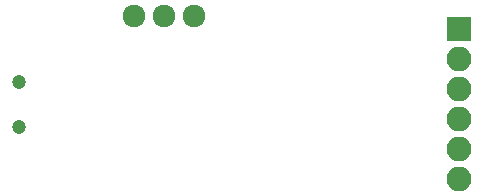
<source format=gbr>
G04 #@! TF.FileFunction,Soldermask,Bot*
%FSLAX46Y46*%
G04 Gerber Fmt 4.6, Leading zero omitted, Abs format (unit mm)*
G04 Created by KiCad (PCBNEW 4.0.7-e2-6376~58~ubuntu16.04.1) date Wed Aug 15 22:40:32 2018*
%MOMM*%
%LPD*%
G01*
G04 APERTURE LIST*
%ADD10C,0.100000*%
%ADD11C,1.197560*%
%ADD12R,2.100000X2.100000*%
%ADD13O,2.100000X2.100000*%
%ADD14C,1.924000*%
G04 APERTURE END LIST*
D10*
D11*
X151146300Y-109897380D03*
X151148840Y-106100080D03*
D12*
X188468000Y-101600000D03*
D13*
X188468000Y-104140000D03*
X188468000Y-106680000D03*
X188468000Y-109220000D03*
X188468000Y-111760000D03*
X188468000Y-114300000D03*
D14*
X166040000Y-100500000D03*
X163500000Y-100500000D03*
X160960000Y-100500000D03*
M02*

</source>
